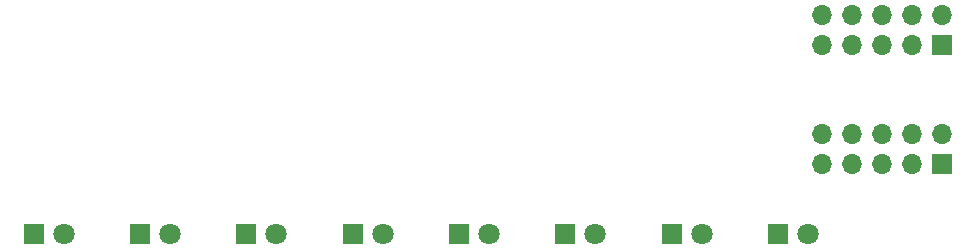
<source format=gbs>
G04 #@! TF.GenerationSoftware,KiCad,Pcbnew,(5.1.6-0-10_14)*
G04 #@! TF.CreationDate,2020-08-10T10:34:47+09:00*
G04 #@! TF.ProjectId,qPCR-photoarray,71504352-2d70-4686-9f74-6f6172726179,rev?*
G04 #@! TF.SameCoordinates,Original*
G04 #@! TF.FileFunction,Soldermask,Bot*
G04 #@! TF.FilePolarity,Negative*
%FSLAX46Y46*%
G04 Gerber Fmt 4.6, Leading zero omitted, Abs format (unit mm)*
G04 Created by KiCad (PCBNEW (5.1.6-0-10_14)) date 2020-08-10 10:34:47*
%MOMM*%
%LPD*%
G01*
G04 APERTURE LIST*
%ADD10R,1.700000X1.700000*%
%ADD11O,1.700000X1.700000*%
%ADD12C,1.800000*%
%ADD13R,1.800000X1.800000*%
G04 APERTURE END LIST*
D10*
G04 #@! TO.C,U2*
X193095000Y-102000000D03*
D11*
X193095000Y-99460000D03*
X190555000Y-102000000D03*
X190555000Y-99460000D03*
X188015000Y-102000000D03*
X188015000Y-99460000D03*
X185475000Y-102000000D03*
X185475000Y-99460000D03*
X182935000Y-102000000D03*
X182935000Y-99460000D03*
G04 #@! TD*
G04 #@! TO.C,U1*
X182935000Y-89460000D03*
X182935000Y-92000000D03*
X185475000Y-89460000D03*
X185475000Y-92000000D03*
X188015000Y-89460000D03*
X188015000Y-92000000D03*
X190555000Y-89460000D03*
X190555000Y-92000000D03*
X193095000Y-89460000D03*
D10*
X193095000Y-92000000D03*
G04 #@! TD*
D12*
G04 #@! TO.C,D1*
X118770000Y-108000000D03*
D13*
X116230000Y-108000000D03*
G04 #@! TD*
D12*
G04 #@! TO.C,D3*
X127770000Y-108000000D03*
D13*
X125230000Y-108000000D03*
G04 #@! TD*
D12*
G04 #@! TO.C,D5*
X136770000Y-108000000D03*
D13*
X134230000Y-108000000D03*
G04 #@! TD*
D12*
G04 #@! TO.C,D7*
X145770000Y-108000000D03*
D13*
X143230000Y-108000000D03*
G04 #@! TD*
G04 #@! TO.C,D9*
X152230000Y-108000000D03*
D12*
X154770000Y-108000000D03*
G04 #@! TD*
G04 #@! TO.C,D11*
X163770000Y-108000000D03*
D13*
X161230000Y-108000000D03*
G04 #@! TD*
G04 #@! TO.C,D13*
X170230000Y-108000000D03*
D12*
X172770000Y-108000000D03*
G04 #@! TD*
G04 #@! TO.C,D15*
X181770000Y-108000000D03*
D13*
X179230000Y-108000000D03*
G04 #@! TD*
M02*

</source>
